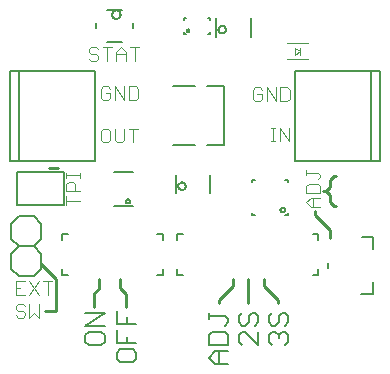
<source format=gto>
G75*
%MOIN*%
%OFA0B0*%
%FSLAX24Y24*%
%IPPOS*%
%LPD*%
%AMOC8*
5,1,8,0,0,1.08239X$1,22.5*
%
%ADD10C,0.0060*%
%ADD11C,0.0100*%
%ADD12C,0.0040*%
%ADD13C,0.0050*%
%ADD14C,0.0039*%
D10*
X001525Y004306D02*
X001275Y004556D01*
X001275Y005056D01*
X001525Y005306D01*
X001275Y005556D01*
X001275Y006056D01*
X001525Y006306D01*
X002025Y006306D01*
X002275Y006056D01*
X002275Y005556D01*
X002025Y005306D01*
X002275Y005056D01*
X002275Y004556D01*
X002025Y004306D01*
X001525Y004306D01*
X001525Y005306D02*
X002025Y005306D01*
X003742Y003087D02*
X004383Y003087D01*
X003742Y002660D01*
X004383Y002660D01*
X004276Y002443D02*
X003849Y002443D01*
X003742Y002336D01*
X003742Y002123D01*
X003849Y002016D01*
X004276Y002016D01*
X004383Y002123D01*
X004383Y002336D01*
X004276Y002443D01*
X004804Y002505D02*
X004804Y002078D01*
X005445Y002078D01*
X005338Y001861D02*
X004911Y001861D01*
X004804Y001754D01*
X004804Y001541D01*
X004911Y001434D01*
X005338Y001434D01*
X005445Y001541D01*
X005445Y001754D01*
X005338Y001861D01*
X005125Y002078D02*
X005125Y002292D01*
X005125Y002723D02*
X005125Y002936D01*
X005445Y002723D02*
X004804Y002723D01*
X004804Y003150D01*
X007867Y003087D02*
X007867Y002874D01*
X007867Y002981D02*
X008401Y002981D01*
X008508Y002874D01*
X008508Y002767D01*
X008401Y002660D01*
X008401Y002443D02*
X007974Y002443D01*
X007867Y002336D01*
X007867Y002016D01*
X008508Y002016D01*
X008508Y002336D01*
X008401Y002443D01*
X008867Y002336D02*
X008867Y002123D01*
X008974Y002016D01*
X008867Y002336D02*
X008974Y002443D01*
X009080Y002443D01*
X009508Y002016D01*
X009508Y002443D01*
X009401Y002660D02*
X009508Y002767D01*
X009508Y002981D01*
X009401Y003087D01*
X009294Y003087D01*
X009187Y002981D01*
X009187Y002767D01*
X009080Y002660D01*
X008974Y002660D01*
X008867Y002767D01*
X008867Y002981D01*
X008974Y003087D01*
X009867Y002981D02*
X009867Y002767D01*
X009974Y002660D01*
X010080Y002660D01*
X010187Y002767D01*
X010187Y002981D01*
X010294Y003087D01*
X010401Y003087D01*
X010508Y002981D01*
X010508Y002767D01*
X010401Y002660D01*
X010401Y002443D02*
X010294Y002443D01*
X010187Y002336D01*
X010187Y002229D01*
X010187Y002336D02*
X010080Y002443D01*
X009974Y002443D01*
X009867Y002336D01*
X009867Y002123D01*
X009974Y002016D01*
X010401Y002016D02*
X010508Y002123D01*
X010508Y002336D01*
X010401Y002443D01*
X009867Y002981D02*
X009974Y003087D01*
X008508Y001798D02*
X008080Y001798D01*
X007867Y001585D01*
X008080Y001371D01*
X008508Y001371D01*
X008187Y001371D02*
X008187Y001798D01*
D11*
X008213Y003400D02*
X008213Y003525D01*
X008650Y003963D01*
X008650Y004213D01*
X009150Y004213D02*
X009150Y003400D01*
X009713Y003963D02*
X009713Y004213D01*
X009713Y003963D02*
X010150Y003525D01*
X010150Y003400D01*
X011900Y005588D02*
X011900Y005838D01*
X011400Y006338D01*
X011400Y006463D01*
X011900Y006775D02*
X011900Y007025D01*
X011775Y007150D01*
X011900Y007275D01*
X011900Y007525D01*
X012025Y007650D01*
X012088Y007650D01*
X011775Y007150D02*
X011681Y007150D01*
X011900Y006775D02*
X012025Y006650D01*
X012088Y006650D01*
X005088Y003713D02*
X005088Y003275D01*
X005088Y003713D02*
X004900Y003900D01*
X004900Y004213D01*
X004213Y004213D02*
X004213Y003900D01*
X004025Y003713D01*
X004025Y003275D01*
X002775Y003150D02*
X002775Y004213D01*
X002275Y004713D01*
X002400Y003150D02*
X002775Y003150D01*
X002838Y007900D02*
X002525Y007900D01*
D12*
X001420Y002997D02*
X001497Y002920D01*
X001650Y002920D01*
X001727Y002997D01*
X001727Y003073D01*
X001650Y003150D01*
X001497Y003150D01*
X001420Y003227D01*
X001420Y003304D01*
X001497Y003380D01*
X001650Y003380D01*
X001727Y003304D01*
X001880Y003380D02*
X001880Y002920D01*
X002034Y003073D01*
X002187Y002920D01*
X002187Y003380D01*
X002187Y003670D02*
X001880Y004130D01*
X001727Y004130D02*
X001420Y004130D01*
X001420Y003670D01*
X001727Y003670D01*
X001880Y003670D02*
X002187Y004130D01*
X002341Y004130D02*
X002648Y004130D01*
X002494Y004130D02*
X002494Y003670D01*
X001573Y003900D02*
X001420Y003900D01*
X003107Y006670D02*
X003107Y006977D01*
X003107Y007130D02*
X003107Y007361D01*
X003184Y007437D01*
X003337Y007437D01*
X003414Y007361D01*
X003414Y007130D01*
X003568Y007130D02*
X003107Y007130D01*
X003107Y006823D02*
X003568Y006823D01*
X003568Y007591D02*
X003568Y007744D01*
X003568Y007668D02*
X003107Y007668D01*
X003107Y007744D02*
X003107Y007591D01*
X004340Y008764D02*
X004264Y008840D01*
X004264Y009147D01*
X004340Y009224D01*
X004494Y009224D01*
X004571Y009147D01*
X004571Y008840D01*
X004494Y008764D01*
X004340Y008764D01*
X004724Y008840D02*
X004801Y008764D01*
X004954Y008764D01*
X005031Y008840D01*
X005031Y009224D01*
X005185Y009224D02*
X005491Y009224D01*
X005338Y009224D02*
X005338Y008764D01*
X004724Y008840D02*
X004724Y009224D01*
X004724Y010170D02*
X004724Y010630D01*
X005031Y010170D01*
X005031Y010630D01*
X005185Y010630D02*
X005415Y010630D01*
X005491Y010554D01*
X005491Y010247D01*
X005415Y010170D01*
X005185Y010170D01*
X005185Y010630D01*
X004571Y010554D02*
X004494Y010630D01*
X004340Y010630D01*
X004264Y010554D01*
X004264Y010247D01*
X004340Y010170D01*
X004494Y010170D01*
X004571Y010247D01*
X004571Y010400D01*
X004417Y010400D01*
X004471Y011483D02*
X004471Y011943D01*
X004318Y011943D02*
X004625Y011943D01*
X004778Y011789D02*
X004932Y011943D01*
X005085Y011789D01*
X005085Y011483D01*
X005085Y011713D02*
X004778Y011713D01*
X004778Y011789D02*
X004778Y011483D01*
X005239Y011943D02*
X005546Y011943D01*
X005392Y011943D02*
X005392Y011483D01*
X004164Y011559D02*
X004088Y011483D01*
X003934Y011483D01*
X003858Y011559D01*
X003934Y011713D02*
X004088Y011713D01*
X004164Y011636D01*
X004164Y011559D01*
X003934Y011713D02*
X003858Y011789D01*
X003858Y011866D01*
X003934Y011943D01*
X004088Y011943D01*
X004164Y011866D01*
X009326Y010522D02*
X009326Y010215D01*
X009403Y010139D01*
X009556Y010139D01*
X009633Y010215D01*
X009633Y010369D01*
X009480Y010369D01*
X009633Y010522D02*
X009556Y010599D01*
X009403Y010599D01*
X009326Y010522D01*
X009787Y010599D02*
X009787Y010139D01*
X010094Y010139D02*
X010094Y010599D01*
X010247Y010599D02*
X010477Y010599D01*
X010554Y010522D01*
X010554Y010215D01*
X010477Y010139D01*
X010247Y010139D01*
X010247Y010599D01*
X009787Y010599D02*
X010094Y010139D01*
X010073Y009255D02*
X009920Y009255D01*
X009997Y009255D02*
X009997Y008795D01*
X010073Y008795D02*
X009920Y008795D01*
X010227Y008795D02*
X010227Y009255D01*
X010534Y008795D01*
X010534Y009255D01*
X011107Y007835D02*
X011107Y007682D01*
X011107Y007758D02*
X011491Y007758D01*
X011568Y007682D01*
X011568Y007605D01*
X011491Y007528D01*
X011491Y007375D02*
X011184Y007375D01*
X011107Y007298D01*
X011107Y007068D01*
X011568Y007068D01*
X011568Y007298D01*
X011491Y007375D01*
X011568Y006914D02*
X011261Y006914D01*
X011107Y006761D01*
X011261Y006608D01*
X011568Y006608D01*
X011337Y006608D02*
X011337Y006914D01*
D13*
X010491Y006419D02*
X010491Y006341D01*
X010412Y006341D01*
X010247Y006511D02*
X010249Y006528D01*
X010255Y006545D01*
X010264Y006560D01*
X010276Y006572D01*
X010291Y006581D01*
X010308Y006587D01*
X010325Y006589D01*
X010342Y006587D01*
X010359Y006581D01*
X010374Y006572D01*
X010386Y006560D01*
X010395Y006545D01*
X010401Y006528D01*
X010403Y006511D01*
X010401Y006494D01*
X010395Y006477D01*
X010386Y006462D01*
X010374Y006450D01*
X010359Y006441D01*
X010342Y006435D01*
X010325Y006433D01*
X010308Y006435D01*
X010291Y006441D01*
X010276Y006450D01*
X010264Y006462D01*
X010255Y006477D01*
X010249Y006494D01*
X010247Y006511D01*
X009388Y006341D02*
X009309Y006341D01*
X009309Y006419D01*
X009309Y007443D02*
X009309Y007522D01*
X009388Y007522D01*
X010412Y007522D02*
X010491Y007522D01*
X010491Y007443D01*
X010733Y008154D02*
X013567Y008154D01*
X013567Y011146D01*
X013252Y011146D01*
X013213Y011146D01*
X010733Y011146D01*
X010733Y008154D01*
X011315Y005714D02*
X011512Y005714D01*
X011512Y005517D01*
X011839Y004729D02*
X011839Y004571D01*
X011512Y004533D02*
X011512Y004336D01*
X011315Y004336D01*
X012942Y003705D02*
X013336Y003705D01*
X013336Y004099D01*
X013336Y005201D02*
X013336Y005595D01*
X012981Y005595D01*
X013252Y008193D02*
X013252Y011146D01*
X009252Y012268D02*
X009252Y012907D01*
X008181Y012525D02*
X008183Y012547D01*
X008189Y012568D01*
X008198Y012587D01*
X008210Y012605D01*
X008226Y012621D01*
X008243Y012633D01*
X008263Y012642D01*
X008284Y012648D01*
X008306Y012650D01*
X008328Y012648D01*
X008349Y012642D01*
X008368Y012633D01*
X008386Y012621D01*
X008402Y012605D01*
X008414Y012587D01*
X008423Y012568D01*
X008429Y012547D01*
X008431Y012525D01*
X008429Y012503D01*
X008423Y012482D01*
X008414Y012463D01*
X008402Y012445D01*
X008386Y012429D01*
X008369Y012417D01*
X008349Y012408D01*
X008328Y012402D01*
X008306Y012400D01*
X008284Y012402D01*
X008263Y012408D01*
X008243Y012417D01*
X008226Y012429D01*
X008210Y012445D01*
X008198Y012462D01*
X008189Y012482D01*
X008183Y012503D01*
X008181Y012525D01*
X008110Y012268D02*
X008110Y012907D01*
X007896Y012916D02*
X007896Y012857D01*
X007896Y012916D02*
X007837Y012916D01*
X007896Y012443D02*
X007896Y012384D01*
X007837Y012384D01*
X007123Y012493D02*
X007125Y012506D01*
X007131Y012518D01*
X007140Y012527D01*
X007151Y012534D01*
X007164Y012537D01*
X007177Y012536D01*
X007189Y012531D01*
X007199Y012523D01*
X007207Y012512D01*
X007211Y012500D01*
X007211Y012486D01*
X007207Y012474D01*
X007199Y012463D01*
X007189Y012455D01*
X007177Y012450D01*
X007164Y012449D01*
X007151Y012452D01*
X007140Y012459D01*
X007131Y012468D01*
X007125Y012480D01*
X007123Y012493D01*
X007029Y012443D02*
X007029Y012384D01*
X007088Y012384D01*
X007029Y012857D02*
X007029Y012916D01*
X007088Y012916D01*
X005323Y012729D02*
X005323Y012571D01*
X004959Y012109D02*
X004466Y012109D01*
X004102Y012571D02*
X004102Y012729D01*
X004466Y013191D02*
X004959Y013191D01*
X004635Y013025D02*
X004637Y013048D01*
X004643Y013070D01*
X004652Y013092D01*
X004665Y013111D01*
X004680Y013128D01*
X004698Y013142D01*
X004719Y013153D01*
X004741Y013161D01*
X004763Y013165D01*
X004787Y013165D01*
X004809Y013161D01*
X004831Y013153D01*
X004852Y013142D01*
X004870Y013128D01*
X004885Y013111D01*
X004898Y013092D01*
X004907Y013070D01*
X004913Y013048D01*
X004915Y013025D01*
X004913Y013002D01*
X004907Y012980D01*
X004898Y012958D01*
X004885Y012939D01*
X004870Y012922D01*
X004852Y012908D01*
X004831Y012897D01*
X004809Y012889D01*
X004787Y012885D01*
X004763Y012885D01*
X004741Y012889D01*
X004719Y012897D01*
X004698Y012908D01*
X004680Y012922D01*
X004665Y012939D01*
X004652Y012958D01*
X004643Y012980D01*
X004637Y013002D01*
X004635Y013025D01*
X004067Y011146D02*
X001233Y011146D01*
X001233Y008154D01*
X001548Y008154D01*
X001587Y008154D01*
X004067Y008154D01*
X004067Y011146D01*
X001548Y011107D02*
X001548Y008154D01*
X001456Y007763D02*
X003031Y007763D01*
X003031Y006675D01*
X001456Y006675D01*
X001456Y007763D01*
X002977Y005714D02*
X003174Y005714D01*
X002977Y005714D02*
X002977Y005517D01*
X002977Y004533D02*
X002977Y004336D01*
X003174Y004336D01*
X004705Y006642D02*
X005345Y006642D01*
X005092Y006799D02*
X005094Y006815D01*
X005100Y006831D01*
X005109Y006845D01*
X005121Y006856D01*
X005135Y006864D01*
X005151Y006869D01*
X005167Y006870D01*
X005183Y006867D01*
X005198Y006860D01*
X005212Y006851D01*
X005222Y006838D01*
X005230Y006823D01*
X005234Y006807D01*
X005234Y006791D01*
X005230Y006775D01*
X005222Y006760D01*
X005212Y006747D01*
X005199Y006738D01*
X005183Y006731D01*
X005167Y006728D01*
X005151Y006729D01*
X005135Y006734D01*
X005121Y006742D01*
X005109Y006753D01*
X005100Y006767D01*
X005094Y006783D01*
X005092Y006799D01*
X005345Y007783D02*
X004705Y007783D01*
X006126Y005714D02*
X006323Y005714D01*
X006323Y005517D01*
X006788Y005517D02*
X006788Y005714D01*
X006985Y005714D01*
X006788Y004533D02*
X006788Y004336D01*
X006985Y004336D01*
X006323Y004336D02*
X006323Y004533D01*
X006323Y004336D02*
X006126Y004336D01*
X006767Y007073D02*
X006767Y007664D01*
X006838Y007306D02*
X006840Y007328D01*
X006846Y007349D01*
X006855Y007368D01*
X006867Y007386D01*
X006883Y007402D01*
X006900Y007414D01*
X006920Y007423D01*
X006941Y007429D01*
X006963Y007431D01*
X006985Y007429D01*
X007006Y007423D01*
X007025Y007414D01*
X007043Y007402D01*
X007059Y007386D01*
X007071Y007368D01*
X007080Y007349D01*
X007086Y007328D01*
X007088Y007306D01*
X007086Y007284D01*
X007080Y007263D01*
X007071Y007244D01*
X007059Y007226D01*
X007043Y007210D01*
X007026Y007198D01*
X007006Y007189D01*
X006985Y007183D01*
X006963Y007181D01*
X006941Y007183D01*
X006920Y007189D01*
X006900Y007198D01*
X006883Y007210D01*
X006867Y007226D01*
X006855Y007243D01*
X006846Y007263D01*
X006840Y007284D01*
X006838Y007306D01*
X007908Y007073D02*
X007908Y007664D01*
X007784Y008666D02*
X008375Y008666D01*
X008375Y010634D01*
X007784Y010634D01*
X007391Y010634D02*
X006652Y010634D01*
X006652Y008666D02*
X007391Y008666D01*
D14*
X010452Y011531D02*
X011161Y011531D01*
X010885Y011688D02*
X010885Y011924D01*
X010885Y011806D02*
X010728Y011688D01*
X010728Y011924D01*
X010885Y011806D01*
X011161Y012082D02*
X010452Y012082D01*
M02*

</source>
